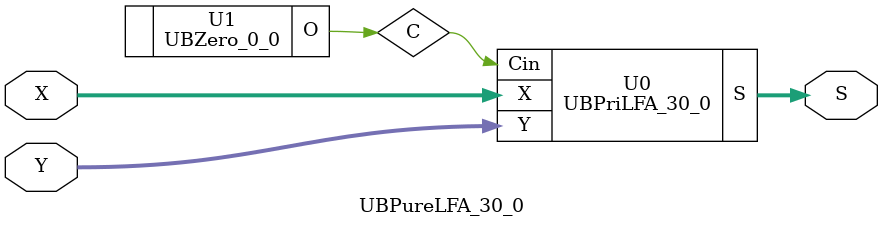
<source format=v>
/*----------------------------------------------------------------------------
  Copyright (c) 2021 Homma laboratory. All rights reserved.

  Top module: UBLFA_30_0_30_0

  Operand-1 length: 31
  Operand-2 length: 31
  Two-operand addition algorithm: Ladner-Fischer adder
----------------------------------------------------------------------------*/

module GPGenerator(Go, Po, A, B);
  output Go;
  output Po;
  input A;
  input B;
  assign Go = A & B;
  assign Po = A ^ B;
endmodule

module CarryOperator(Go, Po, Gi1, Pi1, Gi2, Pi2);
  output Go;
  output Po;
  input Gi1;
  input Gi2;
  input Pi1;
  input Pi2;
  assign Go = Gi1 | ( Gi2 & Pi1 );
  assign Po = Pi1 & Pi2;
endmodule

module UBPriLFA_30_0(S, X, Y, Cin);
  output [31:0] S;
  input Cin;
  input [30:0] X;
  input [30:0] Y;
  wire [30:0] G0;
  wire [30:0] G1;
  wire [30:0] G2;
  wire [30:0] G3;
  wire [30:0] G4;
  wire [30:0] G5;
  wire [30:0] P0;
  wire [30:0] P1;
  wire [30:0] P2;
  wire [30:0] P3;
  wire [30:0] P4;
  wire [30:0] P5;
  assign P1[0] = P0[0];
  assign G1[0] = G0[0];
  assign P1[2] = P0[2];
  assign G1[2] = G0[2];
  assign P1[4] = P0[4];
  assign G1[4] = G0[4];
  assign P1[6] = P0[6];
  assign G1[6] = G0[6];
  assign P1[8] = P0[8];
  assign G1[8] = G0[8];
  assign P1[10] = P0[10];
  assign G1[10] = G0[10];
  assign P1[12] = P0[12];
  assign G1[12] = G0[12];
  assign P1[14] = P0[14];
  assign G1[14] = G0[14];
  assign P1[16] = P0[16];
  assign G1[16] = G0[16];
  assign P1[18] = P0[18];
  assign G1[18] = G0[18];
  assign P1[20] = P0[20];
  assign G1[20] = G0[20];
  assign P1[22] = P0[22];
  assign G1[22] = G0[22];
  assign P1[24] = P0[24];
  assign G1[24] = G0[24];
  assign P1[26] = P0[26];
  assign G1[26] = G0[26];
  assign P1[28] = P0[28];
  assign G1[28] = G0[28];
  assign P1[30] = P0[30];
  assign G1[30] = G0[30];
  assign P2[0] = P1[0];
  assign G2[0] = G1[0];
  assign P2[1] = P1[1];
  assign G2[1] = G1[1];
  assign P2[4] = P1[4];
  assign G2[4] = G1[4];
  assign P2[5] = P1[5];
  assign G2[5] = G1[5];
  assign P2[8] = P1[8];
  assign G2[8] = G1[8];
  assign P2[9] = P1[9];
  assign G2[9] = G1[9];
  assign P2[12] = P1[12];
  assign G2[12] = G1[12];
  assign P2[13] = P1[13];
  assign G2[13] = G1[13];
  assign P2[16] = P1[16];
  assign G2[16] = G1[16];
  assign P2[17] = P1[17];
  assign G2[17] = G1[17];
  assign P2[20] = P1[20];
  assign G2[20] = G1[20];
  assign P2[21] = P1[21];
  assign G2[21] = G1[21];
  assign P2[24] = P1[24];
  assign G2[24] = G1[24];
  assign P2[25] = P1[25];
  assign G2[25] = G1[25];
  assign P2[28] = P1[28];
  assign G2[28] = G1[28];
  assign P2[29] = P1[29];
  assign G2[29] = G1[29];
  assign P3[0] = P2[0];
  assign G3[0] = G2[0];
  assign P3[1] = P2[1];
  assign G3[1] = G2[1];
  assign P3[2] = P2[2];
  assign G3[2] = G2[2];
  assign P3[3] = P2[3];
  assign G3[3] = G2[3];
  assign P3[8] = P2[8];
  assign G3[8] = G2[8];
  assign P3[9] = P2[9];
  assign G3[9] = G2[9];
  assign P3[10] = P2[10];
  assign G3[10] = G2[10];
  assign P3[11] = P2[11];
  assign G3[11] = G2[11];
  assign P3[16] = P2[16];
  assign G3[16] = G2[16];
  assign P3[17] = P2[17];
  assign G3[17] = G2[17];
  assign P3[18] = P2[18];
  assign G3[18] = G2[18];
  assign P3[19] = P2[19];
  assign G3[19] = G2[19];
  assign P3[24] = P2[24];
  assign G3[24] = G2[24];
  assign P3[25] = P2[25];
  assign G3[25] = G2[25];
  assign P3[26] = P2[26];
  assign G3[26] = G2[26];
  assign P3[27] = P2[27];
  assign G3[27] = G2[27];
  assign P4[0] = P3[0];
  assign G4[0] = G3[0];
  assign P4[1] = P3[1];
  assign G4[1] = G3[1];
  assign P4[2] = P3[2];
  assign G4[2] = G3[2];
  assign P4[3] = P3[3];
  assign G4[3] = G3[3];
  assign P4[4] = P3[4];
  assign G4[4] = G3[4];
  assign P4[5] = P3[5];
  assign G4[5] = G3[5];
  assign P4[6] = P3[6];
  assign G4[6] = G3[6];
  assign P4[7] = P3[7];
  assign G4[7] = G3[7];
  assign P4[16] = P3[16];
  assign G4[16] = G3[16];
  assign P4[17] = P3[17];
  assign G4[17] = G3[17];
  assign P4[18] = P3[18];
  assign G4[18] = G3[18];
  assign P4[19] = P3[19];
  assign G4[19] = G3[19];
  assign P4[20] = P3[20];
  assign G4[20] = G3[20];
  assign P4[21] = P3[21];
  assign G4[21] = G3[21];
  assign P4[22] = P3[22];
  assign G4[22] = G3[22];
  assign P4[23] = P3[23];
  assign G4[23] = G3[23];
  assign P5[0] = P4[0];
  assign G5[0] = G4[0];
  assign P5[1] = P4[1];
  assign G5[1] = G4[1];
  assign P5[2] = P4[2];
  assign G5[2] = G4[2];
  assign P5[3] = P4[3];
  assign G5[3] = G4[3];
  assign P5[4] = P4[4];
  assign G5[4] = G4[4];
  assign P5[5] = P4[5];
  assign G5[5] = G4[5];
  assign P5[6] = P4[6];
  assign G5[6] = G4[6];
  assign P5[7] = P4[7];
  assign G5[7] = G4[7];
  assign P5[8] = P4[8];
  assign G5[8] = G4[8];
  assign P5[9] = P4[9];
  assign G5[9] = G4[9];
  assign P5[10] = P4[10];
  assign G5[10] = G4[10];
  assign P5[11] = P4[11];
  assign G5[11] = G4[11];
  assign P5[12] = P4[12];
  assign G5[12] = G4[12];
  assign P5[13] = P4[13];
  assign G5[13] = G4[13];
  assign P5[14] = P4[14];
  assign G5[14] = G4[14];
  assign P5[15] = P4[15];
  assign G5[15] = G4[15];
  assign S[0] = Cin ^ P0[0];
  assign S[1] = ( G5[0] | ( P5[0] & Cin ) ) ^ P0[1];
  assign S[2] = ( G5[1] | ( P5[1] & Cin ) ) ^ P0[2];
  assign S[3] = ( G5[2] | ( P5[2] & Cin ) ) ^ P0[3];
  assign S[4] = ( G5[3] | ( P5[3] & Cin ) ) ^ P0[4];
  assign S[5] = ( G5[4] | ( P5[4] & Cin ) ) ^ P0[5];
  assign S[6] = ( G5[5] | ( P5[5] & Cin ) ) ^ P0[6];
  assign S[7] = ( G5[6] | ( P5[6] & Cin ) ) ^ P0[7];
  assign S[8] = ( G5[7] | ( P5[7] & Cin ) ) ^ P0[8];
  assign S[9] = ( G5[8] | ( P5[8] & Cin ) ) ^ P0[9];
  assign S[10] = ( G5[9] | ( P5[9] & Cin ) ) ^ P0[10];
  assign S[11] = ( G5[10] | ( P5[10] & Cin ) ) ^ P0[11];
  assign S[12] = ( G5[11] | ( P5[11] & Cin ) ) ^ P0[12];
  assign S[13] = ( G5[12] | ( P5[12] & Cin ) ) ^ P0[13];
  assign S[14] = ( G5[13] | ( P5[13] & Cin ) ) ^ P0[14];
  assign S[15] = ( G5[14] | ( P5[14] & Cin ) ) ^ P0[15];
  assign S[16] = ( G5[15] | ( P5[15] & Cin ) ) ^ P0[16];
  assign S[17] = ( G5[16] | ( P5[16] & Cin ) ) ^ P0[17];
  assign S[18] = ( G5[17] | ( P5[17] & Cin ) ) ^ P0[18];
  assign S[19] = ( G5[18] | ( P5[18] & Cin ) ) ^ P0[19];
  assign S[20] = ( G5[19] | ( P5[19] & Cin ) ) ^ P0[20];
  assign S[21] = ( G5[20] | ( P5[20] & Cin ) ) ^ P0[21];
  assign S[22] = ( G5[21] | ( P5[21] & Cin ) ) ^ P0[22];
  assign S[23] = ( G5[22] | ( P5[22] & Cin ) ) ^ P0[23];
  assign S[24] = ( G5[23] | ( P5[23] & Cin ) ) ^ P0[24];
  assign S[25] = ( G5[24] | ( P5[24] & Cin ) ) ^ P0[25];
  assign S[26] = ( G5[25] | ( P5[25] & Cin ) ) ^ P0[26];
  assign S[27] = ( G5[26] | ( P5[26] & Cin ) ) ^ P0[27];
  assign S[28] = ( G5[27] | ( P5[27] & Cin ) ) ^ P0[28];
  assign S[29] = ( G5[28] | ( P5[28] & Cin ) ) ^ P0[29];
  assign S[30] = ( G5[29] | ( P5[29] & Cin ) ) ^ P0[30];
  assign S[31] = G5[30] | ( P5[30] & Cin );
  GPGenerator U0 (G0[0], P0[0], X[0], Y[0]);
  GPGenerator U1 (G0[1], P0[1], X[1], Y[1]);
  GPGenerator U2 (G0[2], P0[2], X[2], Y[2]);
  GPGenerator U3 (G0[3], P0[3], X[3], Y[3]);
  GPGenerator U4 (G0[4], P0[4], X[4], Y[4]);
  GPGenerator U5 (G0[5], P0[5], X[5], Y[5]);
  GPGenerator U6 (G0[6], P0[6], X[6], Y[6]);
  GPGenerator U7 (G0[7], P0[7], X[7], Y[7]);
  GPGenerator U8 (G0[8], P0[8], X[8], Y[8]);
  GPGenerator U9 (G0[9], P0[9], X[9], Y[9]);
  GPGenerator U10 (G0[10], P0[10], X[10], Y[10]);
  GPGenerator U11 (G0[11], P0[11], X[11], Y[11]);
  GPGenerator U12 (G0[12], P0[12], X[12], Y[12]);
  GPGenerator U13 (G0[13], P0[13], X[13], Y[13]);
  GPGenerator U14 (G0[14], P0[14], X[14], Y[14]);
  GPGenerator U15 (G0[15], P0[15], X[15], Y[15]);
  GPGenerator U16 (G0[16], P0[16], X[16], Y[16]);
  GPGenerator U17 (G0[17], P0[17], X[17], Y[17]);
  GPGenerator U18 (G0[18], P0[18], X[18], Y[18]);
  GPGenerator U19 (G0[19], P0[19], X[19], Y[19]);
  GPGenerator U20 (G0[20], P0[20], X[20], Y[20]);
  GPGenerator U21 (G0[21], P0[21], X[21], Y[21]);
  GPGenerator U22 (G0[22], P0[22], X[22], Y[22]);
  GPGenerator U23 (G0[23], P0[23], X[23], Y[23]);
  GPGenerator U24 (G0[24], P0[24], X[24], Y[24]);
  GPGenerator U25 (G0[25], P0[25], X[25], Y[25]);
  GPGenerator U26 (G0[26], P0[26], X[26], Y[26]);
  GPGenerator U27 (G0[27], P0[27], X[27], Y[27]);
  GPGenerator U28 (G0[28], P0[28], X[28], Y[28]);
  GPGenerator U29 (G0[29], P0[29], X[29], Y[29]);
  GPGenerator U30 (G0[30], P0[30], X[30], Y[30]);
  CarryOperator U31 (G1[1], P1[1], G0[1], P0[1], G0[0], P0[0]);
  CarryOperator U32 (G1[3], P1[3], G0[3], P0[3], G0[2], P0[2]);
  CarryOperator U33 (G1[5], P1[5], G0[5], P0[5], G0[4], P0[4]);
  CarryOperator U34 (G1[7], P1[7], G0[7], P0[7], G0[6], P0[6]);
  CarryOperator U35 (G1[9], P1[9], G0[9], P0[9], G0[8], P0[8]);
  CarryOperator U36 (G1[11], P1[11], G0[11], P0[11], G0[10], P0[10]);
  CarryOperator U37 (G1[13], P1[13], G0[13], P0[13], G0[12], P0[12]);
  CarryOperator U38 (G1[15], P1[15], G0[15], P0[15], G0[14], P0[14]);
  CarryOperator U39 (G1[17], P1[17], G0[17], P0[17], G0[16], P0[16]);
  CarryOperator U40 (G1[19], P1[19], G0[19], P0[19], G0[18], P0[18]);
  CarryOperator U41 (G1[21], P1[21], G0[21], P0[21], G0[20], P0[20]);
  CarryOperator U42 (G1[23], P1[23], G0[23], P0[23], G0[22], P0[22]);
  CarryOperator U43 (G1[25], P1[25], G0[25], P0[25], G0[24], P0[24]);
  CarryOperator U44 (G1[27], P1[27], G0[27], P0[27], G0[26], P0[26]);
  CarryOperator U45 (G1[29], P1[29], G0[29], P0[29], G0[28], P0[28]);
  CarryOperator U46 (G2[2], P2[2], G1[2], P1[2], G1[1], P1[1]);
  CarryOperator U47 (G2[3], P2[3], G1[3], P1[3], G1[1], P1[1]);
  CarryOperator U48 (G2[6], P2[6], G1[6], P1[6], G1[5], P1[5]);
  CarryOperator U49 (G2[7], P2[7], G1[7], P1[7], G1[5], P1[5]);
  CarryOperator U50 (G2[10], P2[10], G1[10], P1[10], G1[9], P1[9]);
  CarryOperator U51 (G2[11], P2[11], G1[11], P1[11], G1[9], P1[9]);
  CarryOperator U52 (G2[14], P2[14], G1[14], P1[14], G1[13], P1[13]);
  CarryOperator U53 (G2[15], P2[15], G1[15], P1[15], G1[13], P1[13]);
  CarryOperator U54 (G2[18], P2[18], G1[18], P1[18], G1[17], P1[17]);
  CarryOperator U55 (G2[19], P2[19], G1[19], P1[19], G1[17], P1[17]);
  CarryOperator U56 (G2[22], P2[22], G1[22], P1[22], G1[21], P1[21]);
  CarryOperator U57 (G2[23], P2[23], G1[23], P1[23], G1[21], P1[21]);
  CarryOperator U58 (G2[26], P2[26], G1[26], P1[26], G1[25], P1[25]);
  CarryOperator U59 (G2[27], P2[27], G1[27], P1[27], G1[25], P1[25]);
  CarryOperator U60 (G2[30], P2[30], G1[30], P1[30], G1[29], P1[29]);
  CarryOperator U61 (G3[4], P3[4], G2[4], P2[4], G2[3], P2[3]);
  CarryOperator U62 (G3[5], P3[5], G2[5], P2[5], G2[3], P2[3]);
  CarryOperator U63 (G3[6], P3[6], G2[6], P2[6], G2[3], P2[3]);
  CarryOperator U64 (G3[7], P3[7], G2[7], P2[7], G2[3], P2[3]);
  CarryOperator U65 (G3[12], P3[12], G2[12], P2[12], G2[11], P2[11]);
  CarryOperator U66 (G3[13], P3[13], G2[13], P2[13], G2[11], P2[11]);
  CarryOperator U67 (G3[14], P3[14], G2[14], P2[14], G2[11], P2[11]);
  CarryOperator U68 (G3[15], P3[15], G2[15], P2[15], G2[11], P2[11]);
  CarryOperator U69 (G3[20], P3[20], G2[20], P2[20], G2[19], P2[19]);
  CarryOperator U70 (G3[21], P3[21], G2[21], P2[21], G2[19], P2[19]);
  CarryOperator U71 (G3[22], P3[22], G2[22], P2[22], G2[19], P2[19]);
  CarryOperator U72 (G3[23], P3[23], G2[23], P2[23], G2[19], P2[19]);
  CarryOperator U73 (G3[28], P3[28], G2[28], P2[28], G2[27], P2[27]);
  CarryOperator U74 (G3[29], P3[29], G2[29], P2[29], G2[27], P2[27]);
  CarryOperator U75 (G3[30], P3[30], G2[30], P2[30], G2[27], P2[27]);
  CarryOperator U76 (G4[8], P4[8], G3[8], P3[8], G3[7], P3[7]);
  CarryOperator U77 (G4[9], P4[9], G3[9], P3[9], G3[7], P3[7]);
  CarryOperator U78 (G4[10], P4[10], G3[10], P3[10], G3[7], P3[7]);
  CarryOperator U79 (G4[11], P4[11], G3[11], P3[11], G3[7], P3[7]);
  CarryOperator U80 (G4[12], P4[12], G3[12], P3[12], G3[7], P3[7]);
  CarryOperator U81 (G4[13], P4[13], G3[13], P3[13], G3[7], P3[7]);
  CarryOperator U82 (G4[14], P4[14], G3[14], P3[14], G3[7], P3[7]);
  CarryOperator U83 (G4[15], P4[15], G3[15], P3[15], G3[7], P3[7]);
  CarryOperator U84 (G4[24], P4[24], G3[24], P3[24], G3[23], P3[23]);
  CarryOperator U85 (G4[25], P4[25], G3[25], P3[25], G3[23], P3[23]);
  CarryOperator U86 (G4[26], P4[26], G3[26], P3[26], G3[23], P3[23]);
  CarryOperator U87 (G4[27], P4[27], G3[27], P3[27], G3[23], P3[23]);
  CarryOperator U88 (G4[28], P4[28], G3[28], P3[28], G3[23], P3[23]);
  CarryOperator U89 (G4[29], P4[29], G3[29], P3[29], G3[23], P3[23]);
  CarryOperator U90 (G4[30], P4[30], G3[30], P3[30], G3[23], P3[23]);
  CarryOperator U91 (G5[16], P5[16], G4[16], P4[16], G4[15], P4[15]);
  CarryOperator U92 (G5[17], P5[17], G4[17], P4[17], G4[15], P4[15]);
  CarryOperator U93 (G5[18], P5[18], G4[18], P4[18], G4[15], P4[15]);
  CarryOperator U94 (G5[19], P5[19], G4[19], P4[19], G4[15], P4[15]);
  CarryOperator U95 (G5[20], P5[20], G4[20], P4[20], G4[15], P4[15]);
  CarryOperator U96 (G5[21], P5[21], G4[21], P4[21], G4[15], P4[15]);
  CarryOperator U97 (G5[22], P5[22], G4[22], P4[22], G4[15], P4[15]);
  CarryOperator U98 (G5[23], P5[23], G4[23], P4[23], G4[15], P4[15]);
  CarryOperator U99 (G5[24], P5[24], G4[24], P4[24], G4[15], P4[15]);
  CarryOperator U100 (G5[25], P5[25], G4[25], P4[25], G4[15], P4[15]);
  CarryOperator U101 (G5[26], P5[26], G4[26], P4[26], G4[15], P4[15]);
  CarryOperator U102 (G5[27], P5[27], G4[27], P4[27], G4[15], P4[15]);
  CarryOperator U103 (G5[28], P5[28], G4[28], P4[28], G4[15], P4[15]);
  CarryOperator U104 (G5[29], P5[29], G4[29], P4[29], G4[15], P4[15]);
  CarryOperator U105 (G5[30], P5[30], G4[30], P4[30], G4[15], P4[15]);
endmodule

module UBZero_0_0(O);
  output [0:0] O;
  assign O[0] = 0;
endmodule

module UBLFA_30_0_30_0 (S, X, Y);
  output [31:0] S;
  input [30:0] X;
  input [30:0] Y;
  UBPureLFA_30_0 U0 (S[31:0], X[30:0], Y[30:0]);
endmodule

module UBPureLFA_30_0 (S, X, Y);
  output [31:0] S;
  input [30:0] X;
  input [30:0] Y;
  wire C;
  UBPriLFA_30_0 U0 (S, X, Y, C);
  UBZero_0_0 U1 (C);
endmodule


</source>
